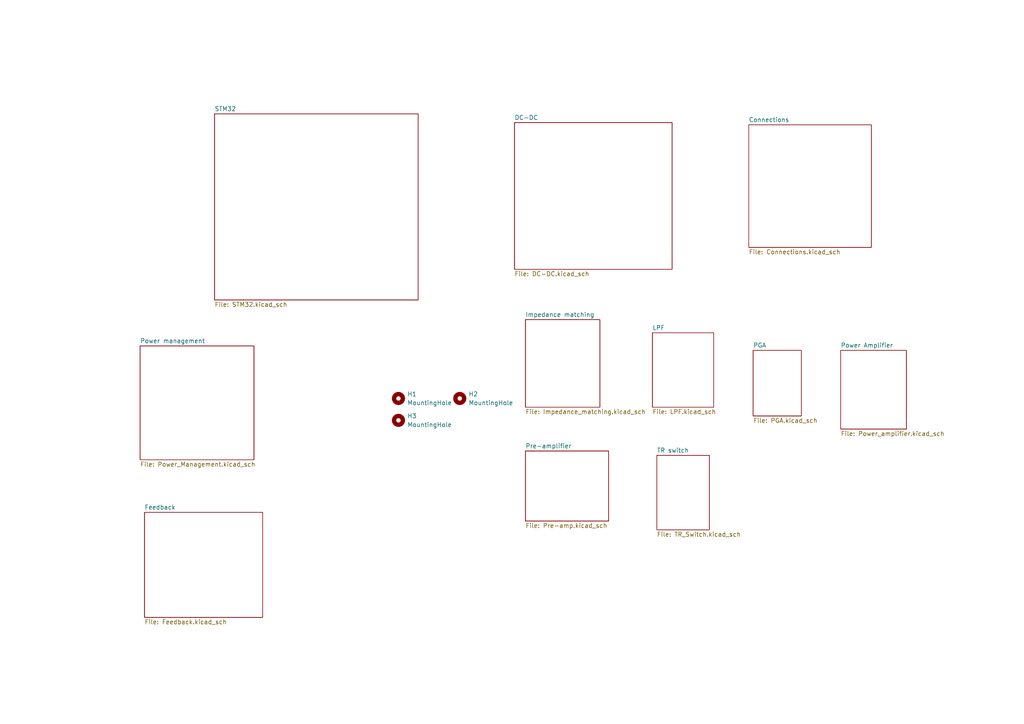
<source format=kicad_sch>
(kicad_sch (version 20231120) (generator "eeschema") (generator_version "8.0")
  (paper "A4")
  (title_block (date "2025-01-17") (rev "1.3"))
  (lib_symbols
    (symbol "UAM_symbols:MountingHole" (pin_names (offset 1.016)) (exclude_from_sim yes) (in_bom no)
      (property "Reference" "H" (at 0 5.08 0))
      (property "Value" "MountingHole" (at 0 3.175 0))
      (symbol "MountingHole_0_1"
        (circle (center 0 0) (radius 1.27) (stroke (width 1.27)))
      )
    )
  )
  (symbol (lib_id "UAM_symbols:MountingHole") (at 133.35 115.57 0) (unit 1) (exclude_from_sim yes) (in_bom no)
    (property "Reference" "H2" (at 135.89 114.2999 0) (effects (justify left)))
    (property "Value" "MountingHole" (at 135.89 116.8399 0) (effects (justify left)))
    (property "Footprint" "MountingHole:MountingHole_2.7mm_M2.5_ISO14580" (effects (hide yes)))
    (property "Description" "Mounting Hole without connection" (effects (hide yes)))
  )
  (symbol (lib_id "UAM_symbols:MountingHole") (at 115.57 115.57 0) (unit 1) (exclude_from_sim yes) (in_bom no)
    (property "Reference" "H1" (at 118.11 114.2999 0) (effects (justify left)))
    (property "Value" "MountingHole" (at 118.11 116.8399 0) (effects (justify left)))
    (property "Footprint" "MountingHole:MountingHole_2.7mm_M2.5_ISO14580" (effects (hide yes)))
    (property "Description" "Mounting Hole without connection" (effects (hide yes)))
  )
  (symbol (lib_id "UAM_symbols:MountingHole") (at 115.57 121.92 0) (unit 1) (exclude_from_sim yes) (in_bom no)
    (property "Reference" "H3" (at 118.11 120.6499 0) (effects (justify left)))
    (property "Value" "MountingHole" (at 118.11 123.1899 0) (effects (justify left)))
    (property "Footprint" "MountingHole:MountingHole_2.7mm_M2.5_ISO14580" (effects (hide yes)))
    (property "Description" "Mounting Hole without connection" (effects (hide yes)))
  )
  (sheet (at 190.5 132.08) (size 15.24 21.59) (stroke (width 0.1524))
    (property "Sheetname" "TR switch" (at 190.5 131.3684 0) (effects (justify left bottom)))
    (property "Sheetfile" "TR_Switch.kicad_sch" (at 190.5 154.2546 0) (effects (justify left top)))
  )
  (sheet (at 243.84 101.6) (size 19.05 22.86) (stroke (width 0.1524))
    (property "Sheetname" "Power Amplifier" (at 243.84 100.8884 0) (effects (justify left bottom)))
    (property "Sheetfile" "Power_amplifier.kicad_sch" (at 243.84 125.0446 0) (effects (justify left top)))
  )
  (sheet (at 149.225 35.56) (size 45.72 42.545) (stroke (width 0.1524))
    (property "Sheetname" "DC-DC" (at 149.225 34.8484 0) (effects (justify left bottom)))
    (property "Sheetfile" "DC-DC.kicad_sch" (at 149.225 78.6896 0) (effects (justify left top)))
  )
  (sheet (at 41.91 148.59) (size 34.29 30.48) (stroke (width 0.1524))
    (property "Sheetname" "Feedback" (at 41.91 147.8784 0) (effects (justify left bottom)))
    (property "Sheetfile" "Feedback.kicad_sch" (at 41.91 179.6546 0) (effects (justify left top)))
  )
  (sheet (at 152.4 130.81) (size 24.13 20.32) (stroke (width 0.1524))
    (property "Sheetname" "Pre-amplifier" (at 152.4 130.0984 0) (effects (justify left bottom)))
    (property "Sheetfile" "Pre-amp.kicad_sch" (at 152.4 151.7146 0) (effects (justify left top)))
  )
  (sheet (at 62.23 33.02) (size 59.055 53.975) (stroke (width 0.1524))
    (property "Sheetname" "STM32" (at 62.23 32.3084 0) (effects (justify left bottom)))
    (property "Sheetfile" "STM32.kicad_sch" (at 62.23 87.5796 0) (effects (justify left top)))
  )
  (sheet (at 217.17 36.195) (size 35.56 35.56) (stroke (width 0.1524))
    (property "Sheetname" "Connections" (at 217.17 35.4834 0) (effects (justify left bottom)))
    (property "Sheetfile" "Connections.kicad_sch" (at 217.17 72.3396 0) (effects (justify left top)))
  )
  (sheet (at 40.64 100.33) (size 33.02 33.02) (stroke (width 0.1524))
    (property "Sheetname" "Power management" (at 40.64 99.6184 0) (effects (justify left bottom)))
    (property "Sheetfile" "Power_Management.kicad_sch" (at 40.64 133.9346 0) (effects (justify left top)))
  )
  (sheet (at 152.4 92.71) (size 21.59 25.4) (stroke (width 0.1524))
    (property "Sheetname" "Impedance matching" (at 152.4 91.9984 0) (effects (justify left bottom)))
    (property "Sheetfile" "Impedance_matching.kicad_sch" (at 152.4 118.6946 0) (effects (justify left top)))
  )
  (sheet (at 189.23 96.52) (size 17.78 21.59) (stroke (width 0.1524))
    (property "Sheetname" "LPF" (at 189.23 95.8084 0) (effects (justify left bottom)))
    (property "Sheetfile" "LPF.kicad_sch" (at 189.23 118.6946 0) (effects (justify left top)))
  )
  (sheet (at 218.44 101.6) (size 13.97 19.05) (stroke (width 0.1524))
    (property "Sheetname" "PGA" (at 218.44 100.8884 0) (effects (justify left bottom)))
    (property "Sheetfile" "PGA.kicad_sch" (at 218.44 121.2346 0) (effects (justify left top)))
  )
)
</source>
